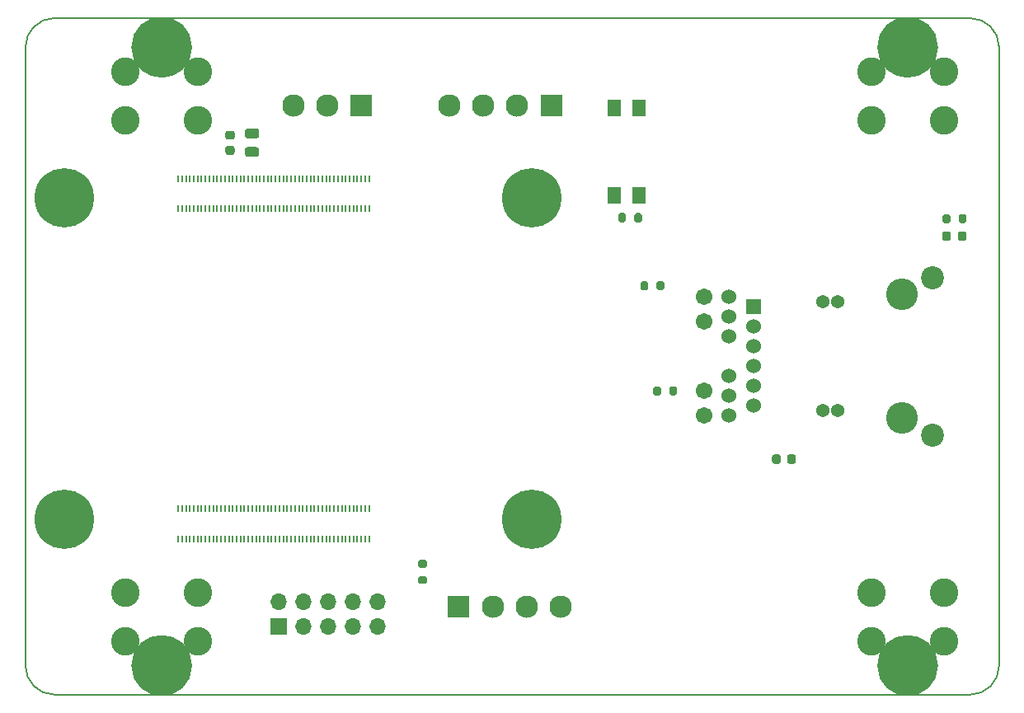
<source format=gbr>
%TF.GenerationSoftware,KiCad,Pcbnew,5.1.10*%
%TF.CreationDate,2021-07-27T11:18:45+02:00*%
%TF.ProjectId,lxbmc,6c78626d-632e-46b6-9963-61645f706362,rev?*%
%TF.SameCoordinates,Original*%
%TF.FileFunction,Soldermask,Top*%
%TF.FilePolarity,Negative*%
%FSLAX45Y45*%
G04 Gerber Fmt 4.5, Leading zero omitted, Abs format (unit mm)*
G04 Created by KiCad (PCBNEW 5.1.10) date 2021-07-27 11:18:45*
%MOMM*%
%LPD*%
G01*
G04 APERTURE LIST*
%TA.AperFunction,Profile*%
%ADD10C,0.200000*%
%TD*%
%ADD11C,1.800000*%
%ADD12C,2.925000*%
%ADD13C,3.251200*%
%ADD14C,2.362200*%
%ADD15C,1.524000*%
%ADD16C,1.714500*%
%ADD17C,1.371600*%
%ADD18R,1.524000X1.524000*%
%ADD19R,1.397000X1.701800*%
%ADD20R,0.200000X0.700000*%
%ADD21C,6.100000*%
%ADD22C,2.300000*%
%ADD23R,2.300000X2.300000*%
%ADD24C,3.200000*%
%ADD25R,1.700000X1.700000*%
%ADD26O,1.700000X1.700000*%
G04 APERTURE END LIST*
D10*
X300000Y-6950000D02*
G75*
G02*
X0Y-6650000I0J300000D01*
G01*
X0Y-300000D02*
G75*
G02*
X300000Y0I300000J0D01*
G01*
X10000000Y-6650000D02*
G75*
G02*
X9700000Y-6950000I-300000J0D01*
G01*
X9700000Y0D02*
G75*
G02*
X10000000Y-300000I0J-300000D01*
G01*
X300000Y0D02*
X9700000Y0D01*
X0Y-6650000D02*
X0Y-300000D01*
X10000000Y-300000D02*
X10000000Y-6650000D01*
X9700000Y-6950000D02*
X300000Y-6950000D01*
D11*
X9283607Y-6650000D02*
G75*
G03*
X9283607Y-6650000I-223607J0D01*
G01*
X1623607Y-6650000D02*
G75*
G03*
X1623607Y-6650000I-223607J0D01*
G01*
X1623607Y-300000D02*
G75*
G03*
X1623607Y-300000I-223607J0D01*
G01*
X9283607Y-300000D02*
G75*
G03*
X9283607Y-300000I-223607J0D01*
G01*
D12*
X8685000Y-6400000D03*
X9435000Y-6400000D03*
X8685000Y-5900000D03*
X9435000Y-5900000D03*
X9435000Y-550000D03*
X8685000Y-550000D03*
X9435000Y-1050000D03*
X8685000Y-1050000D03*
X1025000Y-6400000D03*
X1775000Y-6400000D03*
X1025000Y-5900000D03*
X1775000Y-5900000D03*
X1775000Y-550000D03*
X1025000Y-550000D03*
X1775000Y-1050000D03*
X1025000Y-1050000D03*
D13*
X9000000Y-2840000D03*
X9000000Y-4110000D03*
D14*
X9317500Y-2668550D03*
X9317500Y-4281450D03*
D15*
X7476000Y-3576600D03*
X7476000Y-3779800D03*
X7476000Y-3983000D03*
X7222000Y-3678200D03*
X7222000Y-3881400D03*
X7222000Y-4084600D03*
D16*
X6968000Y-2865400D03*
X6968000Y-3119400D03*
X6968000Y-4084600D03*
X6968000Y-3830600D03*
D17*
X8187200Y-2916200D03*
X8187200Y-4033800D03*
X8339600Y-2916200D03*
X8339600Y-4033800D03*
D18*
X7476000Y-2967000D03*
D15*
X7476000Y-3170200D03*
X7476000Y-3373400D03*
X7222000Y-2865400D03*
X7222000Y-3068600D03*
X7222000Y-3271800D03*
D19*
X6048000Y-1824850D03*
X6302000Y-1824850D03*
X6302000Y-923150D03*
X6048000Y-923150D03*
D20*
X3529000Y-5042000D03*
X1569000Y-5350000D03*
X1609000Y-5350000D03*
X1649000Y-5350000D03*
X1689000Y-5350000D03*
X1729000Y-5350000D03*
X1769000Y-5350000D03*
X1809000Y-5350000D03*
X1849000Y-5350000D03*
X1889000Y-5350000D03*
X1929000Y-5350000D03*
X1969000Y-5350000D03*
X2009000Y-5350000D03*
X2049000Y-5350000D03*
X2089000Y-5350000D03*
X2129000Y-5350000D03*
X2169000Y-5350000D03*
X2209000Y-5350000D03*
X2249000Y-5350000D03*
X2289000Y-5350000D03*
X2329000Y-5350000D03*
X2369000Y-5350000D03*
X2409000Y-5350000D03*
X2449000Y-5350000D03*
X2489000Y-5350000D03*
X2529000Y-5350000D03*
X2569000Y-5350000D03*
X2609000Y-5350000D03*
X2649000Y-5350000D03*
X2689000Y-5350000D03*
X2729000Y-5350000D03*
X2769000Y-5350000D03*
X2809000Y-5350000D03*
X2849000Y-5350000D03*
X2889000Y-5350000D03*
X2929000Y-5350000D03*
X2969000Y-5350000D03*
X3009000Y-5350000D03*
X3049000Y-5350000D03*
X3089000Y-5350000D03*
X3129000Y-5350000D03*
X3169000Y-5350000D03*
X3209000Y-5350000D03*
X3249000Y-5350000D03*
X3289000Y-5350000D03*
X3329000Y-5350000D03*
X3369000Y-5350000D03*
X3409000Y-5350000D03*
X3449000Y-5350000D03*
X3489000Y-5350000D03*
X3529000Y-5350000D03*
D21*
X400000Y-1850000D03*
X400000Y-5150000D03*
X5200000Y-1850000D03*
X5200000Y-5150000D03*
D20*
X3489000Y-5042000D03*
X3449000Y-5042000D03*
X3409000Y-5042000D03*
X3369000Y-5042000D03*
X3329000Y-5042000D03*
X3289000Y-5042000D03*
X3249000Y-5042000D03*
X3209000Y-5042000D03*
X3169000Y-5042000D03*
X3129000Y-5042000D03*
X3089000Y-5042000D03*
X3049000Y-5042000D03*
X3009000Y-5042000D03*
X2969000Y-5042000D03*
X2929000Y-5042000D03*
X2889000Y-5042000D03*
X2849000Y-5042000D03*
X2809000Y-5042000D03*
X2769000Y-5042000D03*
X2729000Y-5042000D03*
X2689000Y-5042000D03*
X2649000Y-5042000D03*
X2609000Y-5042000D03*
X2569000Y-5042000D03*
X2529000Y-5042000D03*
X2489000Y-5042000D03*
X2449000Y-5042000D03*
X2409000Y-5042000D03*
X2369000Y-5042000D03*
X2329000Y-5042000D03*
X2289000Y-5042000D03*
X2249000Y-5042000D03*
X2209000Y-5042000D03*
X2169000Y-5042000D03*
X2129000Y-5042000D03*
X2089000Y-5042000D03*
X2049000Y-5042000D03*
X2009000Y-5042000D03*
X1969000Y-5042000D03*
X1929000Y-5042000D03*
X1889000Y-5042000D03*
X1849000Y-5042000D03*
X1809000Y-5042000D03*
X1769000Y-5042000D03*
X1729000Y-5042000D03*
X1689000Y-5042000D03*
X1649000Y-5042000D03*
X1609000Y-5042000D03*
X1569000Y-5042000D03*
X3529000Y-1650000D03*
X3529000Y-1958000D03*
X3489000Y-1650000D03*
X3489000Y-1958000D03*
X3449000Y-1650000D03*
X3449000Y-1958000D03*
X3409000Y-1650000D03*
X3409000Y-1958000D03*
X3369000Y-1650000D03*
X3369000Y-1958000D03*
X3329000Y-1650000D03*
X3329000Y-1958000D03*
X3289000Y-1650000D03*
X3289000Y-1958000D03*
X3249000Y-1650000D03*
X3249000Y-1958000D03*
X3209000Y-1650000D03*
X3209000Y-1958000D03*
X3169000Y-1650000D03*
X3169000Y-1958000D03*
X3129000Y-1650000D03*
X3129000Y-1958000D03*
X3089000Y-1650000D03*
X3089000Y-1958000D03*
X3049000Y-1650000D03*
X3049000Y-1958000D03*
X3009000Y-1650000D03*
X3009000Y-1958000D03*
X2969000Y-1650000D03*
X2969000Y-1958000D03*
X2929000Y-1650000D03*
X2929000Y-1958000D03*
X2889000Y-1650000D03*
X2889000Y-1958000D03*
X2849000Y-1650000D03*
X2849000Y-1958000D03*
X2809000Y-1650000D03*
X2809000Y-1958000D03*
X2769000Y-1650000D03*
X2769000Y-1958000D03*
X2729000Y-1650000D03*
X2729000Y-1958000D03*
X2689000Y-1650000D03*
X2689000Y-1958000D03*
X2649000Y-1650000D03*
X2649000Y-1958000D03*
X2609000Y-1650000D03*
X2609000Y-1958000D03*
X2569000Y-1650000D03*
X2569000Y-1958000D03*
X2529000Y-1650000D03*
X2529000Y-1958000D03*
X2489000Y-1650000D03*
X2489000Y-1958000D03*
X2449000Y-1650000D03*
X2449000Y-1958000D03*
X2409000Y-1650000D03*
X2409000Y-1958000D03*
X2369000Y-1650000D03*
X2369000Y-1958000D03*
X2329000Y-1650000D03*
X2329000Y-1958000D03*
X2289000Y-1650000D03*
X2289000Y-1958000D03*
X2249000Y-1650000D03*
X2249000Y-1958000D03*
X2209000Y-1650000D03*
X2209000Y-1958000D03*
X2169000Y-1650000D03*
X2169000Y-1958000D03*
X2129000Y-1650000D03*
X2129000Y-1958000D03*
X2089000Y-1650000D03*
X2089000Y-1958000D03*
X2049000Y-1650000D03*
X2049000Y-1958000D03*
X2009000Y-1650000D03*
X2009000Y-1958000D03*
X1969000Y-1650000D03*
X1969000Y-1958000D03*
X1929000Y-1650000D03*
X1929000Y-1958000D03*
X1889000Y-1650000D03*
X1889000Y-1958000D03*
X1849000Y-1650000D03*
X1849000Y-1958000D03*
X1809000Y-1650000D03*
X1809000Y-1958000D03*
X1769000Y-1650000D03*
X1769000Y-1958000D03*
X1729000Y-1650000D03*
X1729000Y-1958000D03*
X1689000Y-1650000D03*
X1689000Y-1958000D03*
X1649000Y-1650000D03*
X1649000Y-1958000D03*
X1609000Y-1650000D03*
X1609000Y-1958000D03*
X1569000Y-1650000D03*
X1569000Y-1958000D03*
D22*
X5500000Y-6050000D03*
X5150000Y-6050000D03*
X4800000Y-6050000D03*
D23*
X4450000Y-6050000D03*
D22*
X4350000Y-900000D03*
X4700000Y-900000D03*
X5050000Y-900000D03*
D23*
X5400000Y-900000D03*
D22*
X2750000Y-900000D03*
X3100000Y-900000D03*
D23*
X3450000Y-900000D03*
D24*
X9060000Y-6650000D03*
X1400000Y-6650000D03*
X1400000Y-300000D03*
X9060000Y-300000D03*
D25*
X2600000Y-6250000D03*
D26*
X2600000Y-5996000D03*
X2854000Y-6250000D03*
X2854000Y-5996000D03*
X3108000Y-6250000D03*
X3108000Y-5996000D03*
X3362000Y-6250000D03*
X3362000Y-5996000D03*
X3616000Y-6250000D03*
X3616000Y-5996000D03*
G36*
G01*
X4107500Y-5812500D02*
X4052500Y-5812500D01*
G75*
G02*
X4032500Y-5792500I0J20000D01*
G01*
X4032500Y-5752500D01*
G75*
G02*
X4052500Y-5732500I20000J0D01*
G01*
X4107500Y-5732500D01*
G75*
G02*
X4127500Y-5752500I0J-20000D01*
G01*
X4127500Y-5792500D01*
G75*
G02*
X4107500Y-5812500I-20000J0D01*
G01*
G37*
G36*
G01*
X4107500Y-5647500D02*
X4052500Y-5647500D01*
G75*
G02*
X4032500Y-5627500I0J20000D01*
G01*
X4032500Y-5587500D01*
G75*
G02*
X4052500Y-5567500I20000J0D01*
G01*
X4107500Y-5567500D01*
G75*
G02*
X4127500Y-5587500I0J-20000D01*
G01*
X4127500Y-5627500D01*
G75*
G02*
X4107500Y-5647500I-20000J0D01*
G01*
G37*
G36*
G01*
X9662500Y-2032500D02*
X9662500Y-2087500D01*
G75*
G02*
X9642500Y-2107500I-20000J0D01*
G01*
X9602500Y-2107500D01*
G75*
G02*
X9582500Y-2087500I0J20000D01*
G01*
X9582500Y-2032500D01*
G75*
G02*
X9602500Y-2012500I20000J0D01*
G01*
X9642500Y-2012500D01*
G75*
G02*
X9662500Y-2032500I0J-20000D01*
G01*
G37*
G36*
G01*
X9497500Y-2032500D02*
X9497500Y-2087500D01*
G75*
G02*
X9477500Y-2107500I-20000J0D01*
G01*
X9437500Y-2107500D01*
G75*
G02*
X9417500Y-2087500I0J20000D01*
G01*
X9417500Y-2032500D01*
G75*
G02*
X9437500Y-2012500I20000J0D01*
G01*
X9477500Y-2012500D01*
G75*
G02*
X9497500Y-2032500I0J-20000D01*
G01*
G37*
G36*
G01*
X6252500Y-2077500D02*
X6252500Y-2022500D01*
G75*
G02*
X6272500Y-2002500I20000J0D01*
G01*
X6312500Y-2002500D01*
G75*
G02*
X6332500Y-2022500I0J-20000D01*
G01*
X6332500Y-2077500D01*
G75*
G02*
X6312500Y-2097500I-20000J0D01*
G01*
X6272500Y-2097500D01*
G75*
G02*
X6252500Y-2077500I0J20000D01*
G01*
G37*
G36*
G01*
X6087500Y-2077500D02*
X6087500Y-2022500D01*
G75*
G02*
X6107500Y-2002500I20000J0D01*
G01*
X6147500Y-2002500D01*
G75*
G02*
X6167500Y-2022500I0J-20000D01*
G01*
X6167500Y-2077500D01*
G75*
G02*
X6147500Y-2097500I-20000J0D01*
G01*
X6107500Y-2097500D01*
G75*
G02*
X6087500Y-2077500I0J20000D01*
G01*
G37*
G36*
G01*
X6447500Y-3857500D02*
X6447500Y-3802500D01*
G75*
G02*
X6467500Y-3782500I20000J0D01*
G01*
X6507500Y-3782500D01*
G75*
G02*
X6527500Y-3802500I0J-20000D01*
G01*
X6527500Y-3857500D01*
G75*
G02*
X6507500Y-3877500I-20000J0D01*
G01*
X6467500Y-3877500D01*
G75*
G02*
X6447500Y-3857500I0J20000D01*
G01*
G37*
G36*
G01*
X6612500Y-3857500D02*
X6612500Y-3802500D01*
G75*
G02*
X6632500Y-3782500I20000J0D01*
G01*
X6672500Y-3782500D01*
G75*
G02*
X6692500Y-3802500I0J-20000D01*
G01*
X6692500Y-3857500D01*
G75*
G02*
X6672500Y-3877500I-20000J0D01*
G01*
X6632500Y-3877500D01*
G75*
G02*
X6612500Y-3857500I0J20000D01*
G01*
G37*
G36*
G01*
X6317500Y-2777500D02*
X6317500Y-2722500D01*
G75*
G02*
X6337500Y-2702500I20000J0D01*
G01*
X6377500Y-2702500D01*
G75*
G02*
X6397500Y-2722500I0J-20000D01*
G01*
X6397500Y-2777500D01*
G75*
G02*
X6377500Y-2797500I-20000J0D01*
G01*
X6337500Y-2797500D01*
G75*
G02*
X6317500Y-2777500I0J20000D01*
G01*
G37*
G36*
G01*
X6482500Y-2777500D02*
X6482500Y-2722500D01*
G75*
G02*
X6502500Y-2702500I20000J0D01*
G01*
X6542500Y-2702500D01*
G75*
G02*
X6562500Y-2722500I0J-20000D01*
G01*
X6562500Y-2777500D01*
G75*
G02*
X6542500Y-2797500I-20000J0D01*
G01*
X6502500Y-2797500D01*
G75*
G02*
X6482500Y-2777500I0J20000D01*
G01*
G37*
G36*
G01*
X9662500Y-2214375D02*
X9662500Y-2265625D01*
G75*
G02*
X9640625Y-2287500I-21875J0D01*
G01*
X9596875Y-2287500D01*
G75*
G02*
X9575000Y-2265625I0J21875D01*
G01*
X9575000Y-2214375D01*
G75*
G02*
X9596875Y-2192500I21875J0D01*
G01*
X9640625Y-2192500D01*
G75*
G02*
X9662500Y-2214375I0J-21875D01*
G01*
G37*
G36*
G01*
X9505000Y-2214375D02*
X9505000Y-2265625D01*
G75*
G02*
X9483125Y-2287500I-21875J0D01*
G01*
X9439375Y-2287500D01*
G75*
G02*
X9417500Y-2265625I0J21875D01*
G01*
X9417500Y-2214375D01*
G75*
G02*
X9439375Y-2192500I21875J0D01*
G01*
X9483125Y-2192500D01*
G75*
G02*
X9505000Y-2214375I0J-21875D01*
G01*
G37*
G36*
G01*
X7912500Y-4505000D02*
X7912500Y-4555000D01*
G75*
G02*
X7890000Y-4577500I-22500J0D01*
G01*
X7845000Y-4577500D01*
G75*
G02*
X7822500Y-4555000I0J22500D01*
G01*
X7822500Y-4505000D01*
G75*
G02*
X7845000Y-4482500I22500J0D01*
G01*
X7890000Y-4482500D01*
G75*
G02*
X7912500Y-4505000I0J-22500D01*
G01*
G37*
G36*
G01*
X7757500Y-4505000D02*
X7757500Y-4555000D01*
G75*
G02*
X7735000Y-4577500I-22500J0D01*
G01*
X7690000Y-4577500D01*
G75*
G02*
X7667500Y-4555000I0J22500D01*
G01*
X7667500Y-4505000D01*
G75*
G02*
X7690000Y-4482500I22500J0D01*
G01*
X7735000Y-4482500D01*
G75*
G02*
X7757500Y-4505000I0J-22500D01*
G01*
G37*
G36*
G01*
X2375000Y-1425000D02*
X2280000Y-1425000D01*
G75*
G02*
X2255000Y-1400000I0J25000D01*
G01*
X2255000Y-1350000D01*
G75*
G02*
X2280000Y-1325000I25000J0D01*
G01*
X2375000Y-1325000D01*
G75*
G02*
X2400000Y-1350000I0J-25000D01*
G01*
X2400000Y-1400000D01*
G75*
G02*
X2375000Y-1425000I-25000J0D01*
G01*
G37*
G36*
G01*
X2375000Y-1235000D02*
X2280000Y-1235000D01*
G75*
G02*
X2255000Y-1210000I0J25000D01*
G01*
X2255000Y-1160000D01*
G75*
G02*
X2280000Y-1135000I25000J0D01*
G01*
X2375000Y-1135000D01*
G75*
G02*
X2400000Y-1160000I0J-25000D01*
G01*
X2400000Y-1210000D01*
G75*
G02*
X2375000Y-1235000I-25000J0D01*
G01*
G37*
G36*
G01*
X2126400Y-1404100D02*
X2076400Y-1404100D01*
G75*
G02*
X2053900Y-1381600I0J22500D01*
G01*
X2053900Y-1336600D01*
G75*
G02*
X2076400Y-1314100I22500J0D01*
G01*
X2126400Y-1314100D01*
G75*
G02*
X2148900Y-1336600I0J-22500D01*
G01*
X2148900Y-1381600D01*
G75*
G02*
X2126400Y-1404100I-22500J0D01*
G01*
G37*
G36*
G01*
X2126400Y-1249100D02*
X2076400Y-1249100D01*
G75*
G02*
X2053900Y-1226600I0J22500D01*
G01*
X2053900Y-1181600D01*
G75*
G02*
X2076400Y-1159100I22500J0D01*
G01*
X2126400Y-1159100D01*
G75*
G02*
X2148900Y-1181600I0J-22500D01*
G01*
X2148900Y-1226600D01*
G75*
G02*
X2126400Y-1249100I-22500J0D01*
G01*
G37*
M02*

</source>
